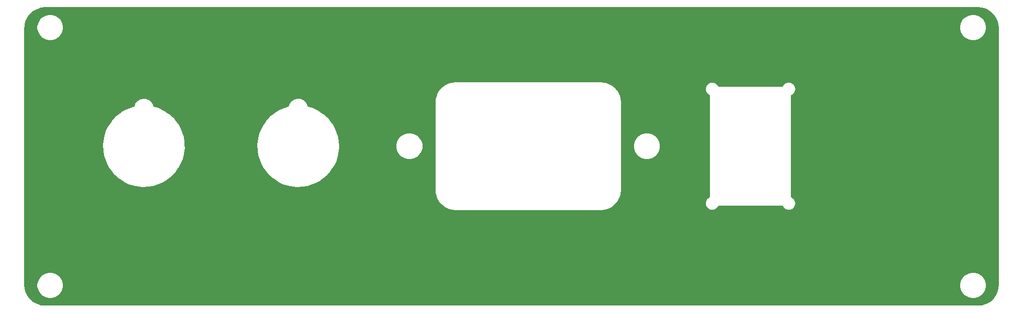
<source format=gbr>
%TF.GenerationSoftware,KiCad,Pcbnew,5.1.10-88a1d61d58~90~ubuntu20.04.1*%
%TF.CreationDate,2021-08-16T21:11:30-07:00*%
%TF.ProjectId,rear-panel,72656172-2d70-4616-9e65-6c2e6b696361,rev?*%
%TF.SameCoordinates,Original*%
%TF.FileFunction,Copper,L2,Bot*%
%TF.FilePolarity,Positive*%
%FSLAX46Y46*%
G04 Gerber Fmt 4.6, Leading zero omitted, Abs format (unit mm)*
G04 Created by KiCad (PCBNEW 5.1.10-88a1d61d58~90~ubuntu20.04.1) date 2021-08-16 21:11:30*
%MOMM*%
%LPD*%
G01*
G04 APERTURE LIST*
%TA.AperFunction,NonConductor*%
%ADD10C,0.300000*%
%TD*%
%TA.AperFunction,NonConductor*%
%ADD11C,0.100000*%
%TD*%
G04 APERTURE END LIST*
D10*
X216204157Y-60157123D02*
X216829567Y-60345946D01*
X217406389Y-60652648D01*
X217912652Y-61065547D01*
X218329075Y-61568916D01*
X218639795Y-62143582D01*
X218832978Y-62767656D01*
X218903985Y-63443237D01*
X218903986Y-106743816D01*
X218837596Y-107420908D01*
X218648774Y-108046318D01*
X218342074Y-108623136D01*
X217929172Y-109129404D01*
X217425806Y-109545825D01*
X216851138Y-109856545D01*
X216227067Y-110049728D01*
X215551484Y-110120735D01*
X58380874Y-110120735D01*
X57703813Y-110054348D01*
X57078403Y-109865526D01*
X56501586Y-109558827D01*
X55995319Y-109145927D01*
X55578896Y-108642559D01*
X55268175Y-108067890D01*
X55074992Y-107443818D01*
X55003985Y-106768235D01*
X55003985Y-106641336D01*
X56885156Y-106641336D01*
X56885156Y-107096136D01*
X56973883Y-107542196D01*
X57147928Y-107962376D01*
X57400601Y-108340528D01*
X57722193Y-108662120D01*
X58100345Y-108914793D01*
X58520525Y-109088838D01*
X58966585Y-109177565D01*
X59421385Y-109177565D01*
X59867445Y-109088838D01*
X60287625Y-108914793D01*
X60665777Y-108662120D01*
X60987369Y-108340528D01*
X61240042Y-107962376D01*
X61414087Y-107542196D01*
X61502814Y-107096136D01*
X61502814Y-106641336D01*
X212405156Y-106641336D01*
X212405156Y-107096136D01*
X212493883Y-107542196D01*
X212667928Y-107962376D01*
X212920601Y-108340528D01*
X213242193Y-108662120D01*
X213620345Y-108914793D01*
X214040525Y-109088838D01*
X214486585Y-109177565D01*
X214941385Y-109177565D01*
X215387445Y-109088838D01*
X215807625Y-108914793D01*
X216185777Y-108662120D01*
X216507369Y-108340528D01*
X216760042Y-107962376D01*
X216934087Y-107542196D01*
X217022814Y-107096136D01*
X217022814Y-106641336D01*
X216934087Y-106195276D01*
X216760042Y-105775096D01*
X216507369Y-105396944D01*
X216185777Y-105075352D01*
X215807625Y-104822679D01*
X215387445Y-104648634D01*
X214941385Y-104559907D01*
X214486585Y-104559907D01*
X214040525Y-104648634D01*
X213620345Y-104822679D01*
X213242193Y-105075352D01*
X212920601Y-105396944D01*
X212667928Y-105775096D01*
X212493883Y-106195276D01*
X212405156Y-106641336D01*
X61502814Y-106641336D01*
X61414087Y-106195276D01*
X61240042Y-105775096D01*
X60987369Y-105396944D01*
X60665777Y-105075352D01*
X60287625Y-104822679D01*
X59867445Y-104648634D01*
X59421385Y-104559907D01*
X58966585Y-104559907D01*
X58520525Y-104648634D01*
X58100345Y-104822679D01*
X57722193Y-105075352D01*
X57400601Y-105396944D01*
X57147928Y-105775096D01*
X56973883Y-106195276D01*
X56885156Y-106641336D01*
X55003985Y-106641336D01*
X55003985Y-83165060D01*
X67954801Y-83165060D01*
X67997735Y-84184124D01*
X68008122Y-84269802D01*
X68008125Y-84269814D01*
X68209944Y-85269594D01*
X68209945Y-85269604D01*
X68218404Y-85299273D01*
X68233607Y-85352603D01*
X68233614Y-85352618D01*
X68589345Y-86308511D01*
X68589348Y-86308522D01*
X68625703Y-86386797D01*
X69126603Y-87275298D01*
X69174755Y-87346922D01*
X69808477Y-88146119D01*
X69808481Y-88146126D01*
X69836792Y-88176578D01*
X69867244Y-88209335D01*
X69867251Y-88209340D01*
X70618184Y-88899557D01*
X70618190Y-88899563D01*
X70651393Y-88925585D01*
X70686118Y-88952801D01*
X70686124Y-88952804D01*
X71535788Y-89517053D01*
X71535794Y-89517057D01*
X71611215Y-89559014D01*
X72538700Y-89983405D01*
X72619755Y-90013047D01*
X73602210Y-90287122D01*
X73686904Y-90303719D01*
X74700138Y-90420730D01*
X74786385Y-90423874D01*
X74786387Y-90423874D01*
X75805449Y-90380940D01*
X75805450Y-90380940D01*
X75814714Y-90379817D01*
X75891127Y-90370553D01*
X75891139Y-90370550D01*
X76890919Y-90168731D01*
X76890929Y-90168730D01*
X76923742Y-90159375D01*
X76973928Y-90145068D01*
X76973943Y-90145061D01*
X77929836Y-89789330D01*
X77929847Y-89789327D01*
X78008122Y-89752972D01*
X78896623Y-89252072D01*
X78927764Y-89231136D01*
X78968247Y-89203920D01*
X79767444Y-88570198D01*
X79767451Y-88570194D01*
X79811641Y-88529112D01*
X79830660Y-88511431D01*
X79830665Y-88511424D01*
X80520882Y-87760491D01*
X80520888Y-87760485D01*
X80561802Y-87708281D01*
X80574126Y-87692557D01*
X80574129Y-87692551D01*
X81138378Y-86842887D01*
X81138382Y-86842881D01*
X81180339Y-86767460D01*
X81604730Y-85839975D01*
X81634372Y-85758920D01*
X81908447Y-84776465D01*
X81925044Y-84691771D01*
X82042055Y-83678537D01*
X82042700Y-83660843D01*
X82045199Y-83592290D01*
X82027200Y-83165060D01*
X93954801Y-83165060D01*
X93997735Y-84184124D01*
X94008122Y-84269802D01*
X94008125Y-84269814D01*
X94209944Y-85269594D01*
X94209945Y-85269604D01*
X94218404Y-85299273D01*
X94233607Y-85352603D01*
X94233614Y-85352618D01*
X94589345Y-86308511D01*
X94589348Y-86308522D01*
X94625703Y-86386797D01*
X95126603Y-87275298D01*
X95174755Y-87346922D01*
X95808477Y-88146119D01*
X95808481Y-88146126D01*
X95836792Y-88176578D01*
X95867244Y-88209335D01*
X95867251Y-88209340D01*
X96618184Y-88899557D01*
X96618190Y-88899563D01*
X96651393Y-88925585D01*
X96686118Y-88952801D01*
X96686124Y-88952804D01*
X97535788Y-89517053D01*
X97535794Y-89517057D01*
X97611215Y-89559014D01*
X98538700Y-89983405D01*
X98619755Y-90013047D01*
X99602210Y-90287122D01*
X99686904Y-90303719D01*
X100700138Y-90420730D01*
X100786385Y-90423874D01*
X100786387Y-90423874D01*
X101805449Y-90380940D01*
X101805450Y-90380940D01*
X101814714Y-90379817D01*
X101891127Y-90370553D01*
X101891139Y-90370550D01*
X102890919Y-90168731D01*
X102890929Y-90168730D01*
X102923742Y-90159375D01*
X102973928Y-90145068D01*
X102973943Y-90145061D01*
X103929836Y-89789330D01*
X103929847Y-89789327D01*
X104008122Y-89752972D01*
X104896623Y-89252072D01*
X104927764Y-89231136D01*
X104968247Y-89203920D01*
X105767444Y-88570198D01*
X105767451Y-88570194D01*
X105811641Y-88529112D01*
X105830660Y-88511431D01*
X105830665Y-88511424D01*
X106520882Y-87760491D01*
X106520888Y-87760485D01*
X106561802Y-87708281D01*
X106574126Y-87692557D01*
X106574129Y-87692551D01*
X107138378Y-86842887D01*
X107138382Y-86842881D01*
X107180339Y-86767460D01*
X107604730Y-85839975D01*
X107634372Y-85758920D01*
X107908447Y-84776465D01*
X107925044Y-84691771D01*
X108042055Y-83678537D01*
X108042700Y-83660843D01*
X108045199Y-83592290D01*
X108026495Y-83148335D01*
X117408260Y-83148335D01*
X117408260Y-83609015D01*
X117498134Y-84060844D01*
X117674429Y-84486457D01*
X117930369Y-84869499D01*
X118256120Y-85195250D01*
X118639162Y-85451190D01*
X119064775Y-85627485D01*
X119516604Y-85717359D01*
X119977284Y-85717359D01*
X120429113Y-85627485D01*
X120854726Y-85451190D01*
X121237768Y-85195250D01*
X121563519Y-84869499D01*
X121819459Y-84486457D01*
X121995754Y-84060844D01*
X122085628Y-83609015D01*
X122085628Y-83148335D01*
X121995754Y-82696506D01*
X121819459Y-82270893D01*
X121563519Y-81887851D01*
X121237768Y-81562100D01*
X120854726Y-81306160D01*
X120429113Y-81129865D01*
X119977284Y-81039991D01*
X119516604Y-81039991D01*
X119064775Y-81129865D01*
X118639162Y-81306160D01*
X118256120Y-81562100D01*
X117930369Y-81887851D01*
X117674429Y-82270893D01*
X117498134Y-82696506D01*
X117408260Y-83148335D01*
X108026495Y-83148335D01*
X108002265Y-82573226D01*
X107991878Y-82487548D01*
X107991875Y-82487536D01*
X107790057Y-81487758D01*
X107790055Y-81487746D01*
X107766393Y-81404748D01*
X107766388Y-81404737D01*
X107410655Y-80448839D01*
X107410652Y-80448828D01*
X107374297Y-80370553D01*
X106873397Y-79482052D01*
X106825245Y-79410428D01*
X106825238Y-79410421D01*
X106191519Y-78611224D01*
X106132756Y-78548015D01*
X105381816Y-77857793D01*
X105381810Y-77857787D01*
X105313882Y-77804549D01*
X104464212Y-77240297D01*
X104464206Y-77240293D01*
X104388786Y-77198336D01*
X103461300Y-76773945D01*
X103380245Y-76744303D01*
X102744790Y-76567030D01*
X102673173Y-76341268D01*
X102653551Y-76295486D01*
X102634541Y-76249365D01*
X102630888Y-76242610D01*
X102513361Y-76028828D01*
X102485186Y-75987680D01*
X102461254Y-75951658D01*
X123961944Y-75951658D01*
X123961945Y-90805693D01*
X123964412Y-90830738D01*
X123964281Y-90849467D01*
X123965030Y-90857110D01*
X124026231Y-91439399D01*
X124036258Y-91488249D01*
X124045596Y-91537197D01*
X124047815Y-91544549D01*
X124220952Y-92103862D01*
X124240270Y-92149818D01*
X124258943Y-92196034D01*
X124262548Y-92202815D01*
X124541024Y-92717847D01*
X124568925Y-92759211D01*
X124596196Y-92800886D01*
X124601049Y-92806837D01*
X124974259Y-93257970D01*
X125009640Y-93293105D01*
X125044508Y-93328711D01*
X125050419Y-93333601D01*
X125050425Y-93333607D01*
X125050432Y-93333611D01*
X125504153Y-93703658D01*
X125545656Y-93731233D01*
X125586805Y-93759408D01*
X125593560Y-93763060D01*
X126110524Y-94037935D01*
X126156623Y-94056935D01*
X126202430Y-94076568D01*
X126209766Y-94078839D01*
X126770274Y-94248066D01*
X126819185Y-94257750D01*
X126867933Y-94268112D01*
X126875570Y-94268915D01*
X127458273Y-94326050D01*
X127484926Y-94328675D01*
X152018962Y-94328675D01*
X152044017Y-94326207D01*
X152062736Y-94326338D01*
X152070379Y-94325589D01*
X152652668Y-94264388D01*
X152701518Y-94254361D01*
X152750466Y-94245023D01*
X152757818Y-94242804D01*
X153317131Y-94069667D01*
X153363087Y-94050349D01*
X153409303Y-94031676D01*
X153416084Y-94028071D01*
X153931116Y-93749595D01*
X153972480Y-93721694D01*
X154014155Y-93694423D01*
X154020106Y-93689570D01*
X154471239Y-93316360D01*
X154506374Y-93280979D01*
X154541980Y-93246111D01*
X154546870Y-93240200D01*
X154546876Y-93240194D01*
X154546880Y-93240187D01*
X154748950Y-92992425D01*
X169508736Y-92992425D01*
X169509433Y-93042298D01*
X169509433Y-93092122D01*
X169510235Y-93099759D01*
X169525464Y-93235523D01*
X169535828Y-93284280D01*
X169545510Y-93333179D01*
X169547781Y-93340514D01*
X169589089Y-93470736D01*
X169608725Y-93516550D01*
X169627724Y-93562645D01*
X169631376Y-93569400D01*
X169697192Y-93689118D01*
X169725374Y-93730276D01*
X169752941Y-93771768D01*
X169757835Y-93777685D01*
X169845650Y-93882339D01*
X169881276Y-93917226D01*
X169916392Y-93952588D01*
X169922343Y-93957442D01*
X170028813Y-94043046D01*
X170070532Y-94070346D01*
X170111850Y-94098215D01*
X170118630Y-94101821D01*
X170239699Y-94165115D01*
X170285940Y-94183797D01*
X170331877Y-94203107D01*
X170339228Y-94205327D01*
X170470286Y-94243899D01*
X170519229Y-94253235D01*
X170568081Y-94263263D01*
X170575724Y-94264012D01*
X170711777Y-94276394D01*
X170761625Y-94276046D01*
X170811473Y-94276394D01*
X170819115Y-94275645D01*
X170819117Y-94275645D01*
X170954983Y-94261365D01*
X171003793Y-94251346D01*
X171052784Y-94242000D01*
X171060136Y-94239780D01*
X171190642Y-94199381D01*
X171236611Y-94180057D01*
X171282813Y-94161390D01*
X171289594Y-94157785D01*
X171409768Y-94092807D01*
X171451104Y-94064926D01*
X171492804Y-94037638D01*
X171498755Y-94032785D01*
X171498758Y-94032783D01*
X171498761Y-94032780D01*
X171604020Y-93945703D01*
X171639157Y-93910320D01*
X171674764Y-93875451D01*
X171679658Y-93869536D01*
X171679659Y-93869534D01*
X171766004Y-93763664D01*
X171793596Y-93722135D01*
X171821753Y-93681012D01*
X171825406Y-93674257D01*
X171876227Y-93578675D01*
X182535979Y-93578675D01*
X182601829Y-93696499D01*
X182630287Y-93737443D01*
X182658151Y-93778754D01*
X182663087Y-93784637D01*
X182751630Y-93888676D01*
X182787473Y-93923290D01*
X182822861Y-93958432D01*
X182828846Y-93963244D01*
X182935911Y-94048103D01*
X182977825Y-94075114D01*
X183019334Y-94102693D01*
X183026140Y-94106251D01*
X183147648Y-94168698D01*
X183194023Y-94187059D01*
X183240087Y-94206045D01*
X183247454Y-94208214D01*
X183378777Y-94245869D01*
X183427804Y-94254867D01*
X183476705Y-94264550D01*
X183484352Y-94265246D01*
X183620489Y-94276678D01*
X183670362Y-94275981D01*
X183720186Y-94275981D01*
X183727823Y-94275179D01*
X183863587Y-94259950D01*
X183912344Y-94249586D01*
X183961243Y-94239904D01*
X183968578Y-94237633D01*
X183968579Y-94237633D01*
X183968582Y-94237632D01*
X183968584Y-94237631D01*
X184098800Y-94196325D01*
X184144614Y-94176689D01*
X184190709Y-94157690D01*
X184197464Y-94154038D01*
X184317182Y-94088222D01*
X184358340Y-94060040D01*
X184399832Y-94032473D01*
X184405749Y-94027579D01*
X184510403Y-93939764D01*
X184545290Y-93904138D01*
X184580652Y-93869022D01*
X184585506Y-93863071D01*
X184671110Y-93756601D01*
X184698410Y-93714882D01*
X184726279Y-93673564D01*
X184729885Y-93666784D01*
X184793179Y-93545715D01*
X184811861Y-93499474D01*
X184831171Y-93453537D01*
X184833391Y-93446186D01*
X184871963Y-93315128D01*
X184881299Y-93266185D01*
X184891327Y-93217333D01*
X184892076Y-93209690D01*
X184904458Y-93073637D01*
X184904110Y-93023789D01*
X184904458Y-92973941D01*
X184903709Y-92966298D01*
X184889429Y-92830431D01*
X184879410Y-92781621D01*
X184870064Y-92732630D01*
X184867844Y-92725278D01*
X184827445Y-92594772D01*
X184808126Y-92548815D01*
X184789454Y-92502601D01*
X184785849Y-92495820D01*
X184720871Y-92375646D01*
X184692990Y-92334310D01*
X184665702Y-92292610D01*
X184660849Y-92286658D01*
X184573767Y-92181394D01*
X184538384Y-92146257D01*
X184503515Y-92110650D01*
X184497604Y-92105760D01*
X184497601Y-92105757D01*
X184497598Y-92105755D01*
X184391728Y-92019410D01*
X184350199Y-91991818D01*
X184309076Y-91963661D01*
X184302321Y-91960008D01*
X184206739Y-91909187D01*
X184206739Y-74849435D01*
X184324563Y-74783585D01*
X184365507Y-74755127D01*
X184406818Y-74727263D01*
X184412701Y-74722327D01*
X184516740Y-74633784D01*
X184551354Y-74597941D01*
X184586496Y-74562553D01*
X184591308Y-74556568D01*
X184676167Y-74449503D01*
X184703178Y-74407589D01*
X184730757Y-74366080D01*
X184734315Y-74359274D01*
X184796762Y-74237766D01*
X184815123Y-74191391D01*
X184834109Y-74145327D01*
X184836278Y-74137960D01*
X184873933Y-74006637D01*
X184882931Y-73957610D01*
X184892614Y-73908709D01*
X184893310Y-73901062D01*
X184904742Y-73764925D01*
X184904045Y-73715052D01*
X184904045Y-73665227D01*
X184903243Y-73657590D01*
X184888014Y-73521827D01*
X184877647Y-73473056D01*
X184867968Y-73424172D01*
X184865698Y-73416836D01*
X184824389Y-73286615D01*
X184804759Y-73240814D01*
X184785754Y-73194705D01*
X184782102Y-73187950D01*
X184716286Y-73068232D01*
X184688115Y-73027090D01*
X184660537Y-72985582D01*
X184655643Y-72979665D01*
X184567828Y-72875011D01*
X184532202Y-72840124D01*
X184497086Y-72804762D01*
X184491135Y-72799908D01*
X184384665Y-72714304D01*
X184342946Y-72687004D01*
X184301628Y-72659135D01*
X184294848Y-72655529D01*
X184173779Y-72592235D01*
X184127527Y-72573548D01*
X184081601Y-72554243D01*
X184074256Y-72552025D01*
X184074254Y-72552024D01*
X184074252Y-72552024D01*
X184074250Y-72552023D01*
X183943192Y-72513451D01*
X183894249Y-72504115D01*
X183845397Y-72494087D01*
X183837754Y-72493338D01*
X183701700Y-72480956D01*
X183651853Y-72481304D01*
X183602005Y-72480956D01*
X183594362Y-72481705D01*
X183458495Y-72495985D01*
X183409685Y-72506004D01*
X183360694Y-72515350D01*
X183353342Y-72517570D01*
X183222836Y-72557969D01*
X183176879Y-72577288D01*
X183130665Y-72595960D01*
X183123884Y-72599565D01*
X183003710Y-72664543D01*
X182962374Y-72692424D01*
X182920674Y-72719712D01*
X182914722Y-72724565D01*
X182809458Y-72811647D01*
X182774321Y-72847030D01*
X182738714Y-72881899D01*
X182733824Y-72887810D01*
X182733821Y-72887813D01*
X182733819Y-72887816D01*
X182647474Y-72993686D01*
X182619882Y-73035215D01*
X182591725Y-73076338D01*
X182588072Y-73083093D01*
X182537251Y-73178675D01*
X171877499Y-73178675D01*
X171811649Y-73060851D01*
X171783204Y-73019924D01*
X171755327Y-72978595D01*
X171750391Y-72972713D01*
X171661848Y-72868674D01*
X171625985Y-72834041D01*
X171590616Y-72798918D01*
X171584632Y-72794106D01*
X171477567Y-72709247D01*
X171435650Y-72682234D01*
X171394143Y-72654657D01*
X171387338Y-72651099D01*
X171265829Y-72588652D01*
X171219468Y-72570296D01*
X171173391Y-72551305D01*
X171166024Y-72549136D01*
X171034700Y-72511480D01*
X170985649Y-72502478D01*
X170936773Y-72492800D01*
X170929126Y-72492104D01*
X170792989Y-72480672D01*
X170743116Y-72481369D01*
X170693291Y-72481369D01*
X170685654Y-72482171D01*
X170549891Y-72497400D01*
X170501120Y-72507767D01*
X170452236Y-72517446D01*
X170444900Y-72519716D01*
X170314679Y-72561025D01*
X170268878Y-72580655D01*
X170222769Y-72599660D01*
X170216014Y-72603312D01*
X170096296Y-72669128D01*
X170055154Y-72697299D01*
X170013646Y-72724877D01*
X170007729Y-72729771D01*
X169903075Y-72817586D01*
X169868188Y-72853212D01*
X169832826Y-72888328D01*
X169827972Y-72894279D01*
X169742368Y-73000749D01*
X169715068Y-73042468D01*
X169687199Y-73083786D01*
X169683593Y-73090566D01*
X169620299Y-73211635D01*
X169601612Y-73257887D01*
X169582307Y-73303813D01*
X169580087Y-73311164D01*
X169541515Y-73442222D01*
X169532179Y-73491165D01*
X169522151Y-73540017D01*
X169521402Y-73547660D01*
X169509020Y-73683714D01*
X169509368Y-73733562D01*
X169509020Y-73783409D01*
X169509769Y-73791051D01*
X169524049Y-73926919D01*
X169534068Y-73975729D01*
X169543414Y-74024720D01*
X169545634Y-74032072D01*
X169586033Y-74162578D01*
X169605357Y-74208547D01*
X169624024Y-74254749D01*
X169627629Y-74261530D01*
X169692607Y-74381704D01*
X169720488Y-74423040D01*
X169747776Y-74464740D01*
X169752629Y-74470691D01*
X169839711Y-74575956D01*
X169875094Y-74611093D01*
X169909963Y-74646700D01*
X169915874Y-74651590D01*
X169915877Y-74651593D01*
X169915880Y-74651595D01*
X170021750Y-74737940D01*
X170063279Y-74765532D01*
X170104402Y-74793689D01*
X170111157Y-74797342D01*
X170206739Y-74848164D01*
X170206740Y-91907914D01*
X170088915Y-91973765D01*
X170047988Y-92002210D01*
X170006659Y-92030087D01*
X170000777Y-92035023D01*
X169896738Y-92123566D01*
X169862105Y-92159429D01*
X169826982Y-92194798D01*
X169822170Y-92200782D01*
X169737311Y-92307847D01*
X169710298Y-92349764D01*
X169682721Y-92391271D01*
X169679163Y-92398076D01*
X169616716Y-92519585D01*
X169598360Y-92565946D01*
X169579369Y-92612023D01*
X169577200Y-92619390D01*
X169539544Y-92750714D01*
X169530542Y-92799765D01*
X169520864Y-92848641D01*
X169520168Y-92856288D01*
X169508736Y-92992425D01*
X154748950Y-92992425D01*
X154916927Y-92786466D01*
X154944502Y-92744963D01*
X154972677Y-92703814D01*
X154976329Y-92697059D01*
X155251204Y-92180095D01*
X155270204Y-92133996D01*
X155289837Y-92088189D01*
X155292108Y-92080853D01*
X155461335Y-91520345D01*
X155471019Y-91471434D01*
X155481381Y-91422686D01*
X155482184Y-91415049D01*
X155539319Y-90832346D01*
X155541944Y-90805693D01*
X155541944Y-83148335D01*
X157418260Y-83148335D01*
X157418260Y-83609015D01*
X157508134Y-84060844D01*
X157684429Y-84486457D01*
X157940369Y-84869499D01*
X158266120Y-85195250D01*
X158649162Y-85451190D01*
X159074775Y-85627485D01*
X159526604Y-85717359D01*
X159987284Y-85717359D01*
X160439113Y-85627485D01*
X160864726Y-85451190D01*
X161247768Y-85195250D01*
X161573519Y-84869499D01*
X161829459Y-84486457D01*
X162005754Y-84060844D01*
X162095628Y-83609015D01*
X162095628Y-83148335D01*
X162005754Y-82696506D01*
X161829459Y-82270893D01*
X161573519Y-81887851D01*
X161247768Y-81562100D01*
X160864726Y-81306160D01*
X160439113Y-81129865D01*
X159987284Y-81039991D01*
X159526604Y-81039991D01*
X159074775Y-81129865D01*
X158649162Y-81306160D01*
X158266120Y-81562100D01*
X157940369Y-81887851D01*
X157684429Y-82270893D01*
X157508134Y-82696506D01*
X157418260Y-83148335D01*
X155541944Y-83148335D01*
X155541944Y-75951657D01*
X155539476Y-75926602D01*
X155539607Y-75907883D01*
X155538858Y-75900240D01*
X155477657Y-75317950D01*
X155467628Y-75269094D01*
X155458292Y-75220153D01*
X155456073Y-75212801D01*
X155282936Y-74653488D01*
X155263610Y-74607515D01*
X155244945Y-74561316D01*
X155241340Y-74554535D01*
X154962864Y-74039503D01*
X154934963Y-73998139D01*
X154907692Y-73956464D01*
X154902839Y-73950513D01*
X154529629Y-73499380D01*
X154494265Y-73464262D01*
X154459380Y-73428639D01*
X154453464Y-73423744D01*
X153999735Y-73053692D01*
X153958248Y-73026128D01*
X153917083Y-72997942D01*
X153910328Y-72994290D01*
X153393364Y-72719416D01*
X153347286Y-72700424D01*
X153301458Y-72680782D01*
X153294122Y-72678511D01*
X152733614Y-72509284D01*
X152684703Y-72499600D01*
X152635955Y-72489238D01*
X152628318Y-72488435D01*
X152045615Y-72431300D01*
X152018962Y-72428675D01*
X127484926Y-72428675D01*
X127459871Y-72431143D01*
X127441152Y-72431012D01*
X127433509Y-72431761D01*
X126851219Y-72492962D01*
X126802363Y-72502991D01*
X126753422Y-72512327D01*
X126746070Y-72514546D01*
X126186757Y-72687683D01*
X126140784Y-72707009D01*
X126094585Y-72725674D01*
X126087804Y-72729279D01*
X125572772Y-73007755D01*
X125531408Y-73035656D01*
X125489733Y-73062927D01*
X125483782Y-73067780D01*
X125032649Y-73440990D01*
X124997531Y-73476354D01*
X124961908Y-73511239D01*
X124957013Y-73517155D01*
X124586961Y-73970884D01*
X124559397Y-74012371D01*
X124531211Y-74053536D01*
X124527559Y-74060291D01*
X124252685Y-74577255D01*
X124233693Y-74623333D01*
X124214051Y-74669161D01*
X124211780Y-74676497D01*
X124042553Y-75237005D01*
X124032869Y-75285916D01*
X124022507Y-75334664D01*
X124021704Y-75342301D01*
X123964569Y-75925004D01*
X123961944Y-75951658D01*
X102461254Y-75951658D01*
X102457610Y-75946174D01*
X102452716Y-75940257D01*
X102295903Y-75753375D01*
X102260260Y-75718471D01*
X102225161Y-75683127D01*
X102219211Y-75678273D01*
X102029086Y-75525409D01*
X101987384Y-75498120D01*
X101946048Y-75470239D01*
X101939268Y-75466634D01*
X101723072Y-75353608D01*
X101676847Y-75334933D01*
X101630897Y-75315617D01*
X101623546Y-75313397D01*
X101389515Y-75244518D01*
X101340550Y-75235178D01*
X101291718Y-75225154D01*
X101284076Y-75224405D01*
X101041122Y-75202294D01*
X100991272Y-75202642D01*
X100941423Y-75202294D01*
X100933781Y-75203043D01*
X100691161Y-75228544D01*
X100642311Y-75238572D01*
X100593365Y-75247909D01*
X100586014Y-75250128D01*
X100352967Y-75322268D01*
X100307036Y-75341576D01*
X100260794Y-75360259D01*
X100254013Y-75363864D01*
X100039416Y-75479896D01*
X99998075Y-75507781D01*
X99956377Y-75535068D01*
X99950426Y-75539921D01*
X99762454Y-75695425D01*
X99727336Y-75730789D01*
X99691713Y-75765674D01*
X99686818Y-75771591D01*
X99532629Y-75960644D01*
X99505022Y-76002196D01*
X99476880Y-76043296D01*
X99473227Y-76050051D01*
X99358696Y-76265452D01*
X99339694Y-76311554D01*
X99320062Y-76357360D01*
X99317791Y-76364695D01*
X99261334Y-76551690D01*
X99089505Y-76592943D01*
X99057970Y-76603189D01*
X99026073Y-76612283D01*
X98070164Y-76968020D01*
X98070153Y-76968023D01*
X97991878Y-77004378D01*
X97103377Y-77505278D01*
X97031753Y-77553430D01*
X97031746Y-77553437D01*
X96232549Y-78187156D01*
X96169340Y-78245919D01*
X95479118Y-78996859D01*
X95479112Y-78996865D01*
X95425874Y-79064793D01*
X94861622Y-79914463D01*
X94861618Y-79914469D01*
X94819661Y-79989889D01*
X94395270Y-80917375D01*
X94365628Y-80998430D01*
X94091553Y-81980885D01*
X94074956Y-82065579D01*
X93957945Y-83078813D01*
X93954801Y-83165060D01*
X82027200Y-83165060D01*
X82002265Y-82573226D01*
X81991878Y-82487548D01*
X81991875Y-82487536D01*
X81790057Y-81487758D01*
X81790055Y-81487746D01*
X81766393Y-81404748D01*
X81766388Y-81404737D01*
X81410655Y-80448839D01*
X81410652Y-80448828D01*
X81374297Y-80370553D01*
X80873397Y-79482052D01*
X80825245Y-79410428D01*
X80825238Y-79410421D01*
X80191519Y-78611224D01*
X80132756Y-78548015D01*
X79381816Y-77857793D01*
X79381810Y-77857787D01*
X79313882Y-77804549D01*
X78464212Y-77240297D01*
X78464206Y-77240293D01*
X78388786Y-77198336D01*
X77461300Y-76773945D01*
X77380245Y-76744303D01*
X76744790Y-76567030D01*
X76673173Y-76341268D01*
X76653551Y-76295486D01*
X76634541Y-76249365D01*
X76630888Y-76242610D01*
X76513361Y-76028828D01*
X76485186Y-75987680D01*
X76457610Y-75946174D01*
X76452716Y-75940257D01*
X76295903Y-75753375D01*
X76260260Y-75718471D01*
X76225161Y-75683127D01*
X76219211Y-75678273D01*
X76029086Y-75525409D01*
X75987384Y-75498120D01*
X75946048Y-75470239D01*
X75939268Y-75466634D01*
X75723072Y-75353608D01*
X75676847Y-75334933D01*
X75630897Y-75315617D01*
X75623546Y-75313397D01*
X75389515Y-75244518D01*
X75340550Y-75235178D01*
X75291718Y-75225154D01*
X75284076Y-75224405D01*
X75041122Y-75202294D01*
X74991272Y-75202642D01*
X74941423Y-75202294D01*
X74933781Y-75203043D01*
X74691161Y-75228544D01*
X74642311Y-75238572D01*
X74593365Y-75247909D01*
X74586014Y-75250128D01*
X74352967Y-75322268D01*
X74307036Y-75341576D01*
X74260794Y-75360259D01*
X74254013Y-75363864D01*
X74039416Y-75479896D01*
X73998075Y-75507781D01*
X73956377Y-75535068D01*
X73950426Y-75539921D01*
X73762454Y-75695425D01*
X73727336Y-75730789D01*
X73691713Y-75765674D01*
X73686818Y-75771591D01*
X73532629Y-75960644D01*
X73505022Y-76002196D01*
X73476880Y-76043296D01*
X73473227Y-76050051D01*
X73358696Y-76265452D01*
X73339694Y-76311554D01*
X73320062Y-76357360D01*
X73317791Y-76364695D01*
X73261334Y-76551690D01*
X73089505Y-76592943D01*
X73057970Y-76603189D01*
X73026073Y-76612283D01*
X72070164Y-76968020D01*
X72070153Y-76968023D01*
X71991878Y-77004378D01*
X71103377Y-77505278D01*
X71031753Y-77553430D01*
X71031746Y-77553437D01*
X70232549Y-78187156D01*
X70169340Y-78245919D01*
X69479118Y-78996859D01*
X69479112Y-78996865D01*
X69425874Y-79064793D01*
X68861622Y-79914463D01*
X68861618Y-79914469D01*
X68819661Y-79989889D01*
X68395270Y-80917375D01*
X68365628Y-80998430D01*
X68091553Y-81980885D01*
X68074956Y-82065579D01*
X67957945Y-83078813D01*
X67954801Y-83165060D01*
X55003985Y-83165060D01*
X55003985Y-63467635D01*
X55038528Y-63115336D01*
X56885156Y-63115336D01*
X56885156Y-63570136D01*
X56973883Y-64016196D01*
X57147928Y-64436376D01*
X57400601Y-64814528D01*
X57722193Y-65136120D01*
X58100345Y-65388793D01*
X58520525Y-65562838D01*
X58966585Y-65651565D01*
X59421385Y-65651565D01*
X59867445Y-65562838D01*
X60287625Y-65388793D01*
X60665777Y-65136120D01*
X60987369Y-64814528D01*
X61240042Y-64436376D01*
X61414087Y-64016196D01*
X61502814Y-63570136D01*
X61502814Y-63115336D01*
X212405156Y-63115336D01*
X212405156Y-63570136D01*
X212493883Y-64016196D01*
X212667928Y-64436376D01*
X212920601Y-64814528D01*
X213242193Y-65136120D01*
X213620345Y-65388793D01*
X214040525Y-65562838D01*
X214486585Y-65651565D01*
X214941385Y-65651565D01*
X215387445Y-65562838D01*
X215807625Y-65388793D01*
X216185777Y-65136120D01*
X216507369Y-64814528D01*
X216760042Y-64436376D01*
X216934087Y-64016196D01*
X217022814Y-63570136D01*
X217022814Y-63115336D01*
X216934087Y-62669276D01*
X216760042Y-62249096D01*
X216507369Y-61870944D01*
X216185777Y-61549352D01*
X215807625Y-61296679D01*
X215387445Y-61122634D01*
X214941385Y-61033907D01*
X214486585Y-61033907D01*
X214040525Y-61122634D01*
X213620345Y-61296679D01*
X213242193Y-61549352D01*
X212920601Y-61870944D01*
X212667928Y-62249096D01*
X212493883Y-62669276D01*
X212405156Y-63115336D01*
X61502814Y-63115336D01*
X61414087Y-62669276D01*
X61240042Y-62249096D01*
X60987369Y-61870944D01*
X60665777Y-61549352D01*
X60287625Y-61296679D01*
X59867445Y-61122634D01*
X59421385Y-61033907D01*
X58966585Y-61033907D01*
X58520525Y-61122634D01*
X58100345Y-61296679D01*
X57722193Y-61549352D01*
X57400601Y-61870944D01*
X57147928Y-62249096D01*
X56973883Y-62669276D01*
X56885156Y-63115336D01*
X55038528Y-63115336D01*
X55070372Y-62790564D01*
X55259195Y-62165154D01*
X55565897Y-61588332D01*
X55978796Y-61082069D01*
X56482165Y-60665646D01*
X57056831Y-60354926D01*
X57680905Y-60161743D01*
X58356486Y-60090736D01*
X215527086Y-60090736D01*
X216204157Y-60157123D01*
%TA.AperFunction,NonConductor*%
D11*
G36*
X216204157Y-60157123D02*
G01*
X216829567Y-60345946D01*
X217406389Y-60652648D01*
X217912652Y-61065547D01*
X218329075Y-61568916D01*
X218639795Y-62143582D01*
X218832978Y-62767656D01*
X218903985Y-63443237D01*
X218903986Y-106743816D01*
X218837596Y-107420908D01*
X218648774Y-108046318D01*
X218342074Y-108623136D01*
X217929172Y-109129404D01*
X217425806Y-109545825D01*
X216851138Y-109856545D01*
X216227067Y-110049728D01*
X215551484Y-110120735D01*
X58380874Y-110120735D01*
X57703813Y-110054348D01*
X57078403Y-109865526D01*
X56501586Y-109558827D01*
X55995319Y-109145927D01*
X55578896Y-108642559D01*
X55268175Y-108067890D01*
X55074992Y-107443818D01*
X55003985Y-106768235D01*
X55003985Y-106641336D01*
X56885156Y-106641336D01*
X56885156Y-107096136D01*
X56973883Y-107542196D01*
X57147928Y-107962376D01*
X57400601Y-108340528D01*
X57722193Y-108662120D01*
X58100345Y-108914793D01*
X58520525Y-109088838D01*
X58966585Y-109177565D01*
X59421385Y-109177565D01*
X59867445Y-109088838D01*
X60287625Y-108914793D01*
X60665777Y-108662120D01*
X60987369Y-108340528D01*
X61240042Y-107962376D01*
X61414087Y-107542196D01*
X61502814Y-107096136D01*
X61502814Y-106641336D01*
X212405156Y-106641336D01*
X212405156Y-107096136D01*
X212493883Y-107542196D01*
X212667928Y-107962376D01*
X212920601Y-108340528D01*
X213242193Y-108662120D01*
X213620345Y-108914793D01*
X214040525Y-109088838D01*
X214486585Y-109177565D01*
X214941385Y-109177565D01*
X215387445Y-109088838D01*
X215807625Y-108914793D01*
X216185777Y-108662120D01*
X216507369Y-108340528D01*
X216760042Y-107962376D01*
X216934087Y-107542196D01*
X217022814Y-107096136D01*
X217022814Y-106641336D01*
X216934087Y-106195276D01*
X216760042Y-105775096D01*
X216507369Y-105396944D01*
X216185777Y-105075352D01*
X215807625Y-104822679D01*
X215387445Y-104648634D01*
X214941385Y-104559907D01*
X214486585Y-104559907D01*
X214040525Y-104648634D01*
X213620345Y-104822679D01*
X213242193Y-105075352D01*
X212920601Y-105396944D01*
X212667928Y-105775096D01*
X212493883Y-106195276D01*
X212405156Y-106641336D01*
X61502814Y-106641336D01*
X61414087Y-106195276D01*
X61240042Y-105775096D01*
X60987369Y-105396944D01*
X60665777Y-105075352D01*
X60287625Y-104822679D01*
X59867445Y-104648634D01*
X59421385Y-104559907D01*
X58966585Y-104559907D01*
X58520525Y-104648634D01*
X58100345Y-104822679D01*
X57722193Y-105075352D01*
X57400601Y-105396944D01*
X57147928Y-105775096D01*
X56973883Y-106195276D01*
X56885156Y-106641336D01*
X55003985Y-106641336D01*
X55003985Y-83165060D01*
X67954801Y-83165060D01*
X67997735Y-84184124D01*
X68008122Y-84269802D01*
X68008125Y-84269814D01*
X68209944Y-85269594D01*
X68209945Y-85269604D01*
X68218404Y-85299273D01*
X68233607Y-85352603D01*
X68233614Y-85352618D01*
X68589345Y-86308511D01*
X68589348Y-86308522D01*
X68625703Y-86386797D01*
X69126603Y-87275298D01*
X69174755Y-87346922D01*
X69808477Y-88146119D01*
X69808481Y-88146126D01*
X69836792Y-88176578D01*
X69867244Y-88209335D01*
X69867251Y-88209340D01*
X70618184Y-88899557D01*
X70618190Y-88899563D01*
X70651393Y-88925585D01*
X70686118Y-88952801D01*
X70686124Y-88952804D01*
X71535788Y-89517053D01*
X71535794Y-89517057D01*
X71611215Y-89559014D01*
X72538700Y-89983405D01*
X72619755Y-90013047D01*
X73602210Y-90287122D01*
X73686904Y-90303719D01*
X74700138Y-90420730D01*
X74786385Y-90423874D01*
X74786387Y-90423874D01*
X75805449Y-90380940D01*
X75805450Y-90380940D01*
X75814714Y-90379817D01*
X75891127Y-90370553D01*
X75891139Y-90370550D01*
X76890919Y-90168731D01*
X76890929Y-90168730D01*
X76923742Y-90159375D01*
X76973928Y-90145068D01*
X76973943Y-90145061D01*
X77929836Y-89789330D01*
X77929847Y-89789327D01*
X78008122Y-89752972D01*
X78896623Y-89252072D01*
X78927764Y-89231136D01*
X78968247Y-89203920D01*
X79767444Y-88570198D01*
X79767451Y-88570194D01*
X79811641Y-88529112D01*
X79830660Y-88511431D01*
X79830665Y-88511424D01*
X80520882Y-87760491D01*
X80520888Y-87760485D01*
X80561802Y-87708281D01*
X80574126Y-87692557D01*
X80574129Y-87692551D01*
X81138378Y-86842887D01*
X81138382Y-86842881D01*
X81180339Y-86767460D01*
X81604730Y-85839975D01*
X81634372Y-85758920D01*
X81908447Y-84776465D01*
X81925044Y-84691771D01*
X82042055Y-83678537D01*
X82042700Y-83660843D01*
X82045199Y-83592290D01*
X82027200Y-83165060D01*
X93954801Y-83165060D01*
X93997735Y-84184124D01*
X94008122Y-84269802D01*
X94008125Y-84269814D01*
X94209944Y-85269594D01*
X94209945Y-85269604D01*
X94218404Y-85299273D01*
X94233607Y-85352603D01*
X94233614Y-85352618D01*
X94589345Y-86308511D01*
X94589348Y-86308522D01*
X94625703Y-86386797D01*
X95126603Y-87275298D01*
X95174755Y-87346922D01*
X95808477Y-88146119D01*
X95808481Y-88146126D01*
X95836792Y-88176578D01*
X95867244Y-88209335D01*
X95867251Y-88209340D01*
X96618184Y-88899557D01*
X96618190Y-88899563D01*
X96651393Y-88925585D01*
X96686118Y-88952801D01*
X96686124Y-88952804D01*
X97535788Y-89517053D01*
X97535794Y-89517057D01*
X97611215Y-89559014D01*
X98538700Y-89983405D01*
X98619755Y-90013047D01*
X99602210Y-90287122D01*
X99686904Y-90303719D01*
X100700138Y-90420730D01*
X100786385Y-90423874D01*
X100786387Y-90423874D01*
X101805449Y-90380940D01*
X101805450Y-90380940D01*
X101814714Y-90379817D01*
X101891127Y-90370553D01*
X101891139Y-90370550D01*
X102890919Y-90168731D01*
X102890929Y-90168730D01*
X102923742Y-90159375D01*
X102973928Y-90145068D01*
X102973943Y-90145061D01*
X103929836Y-89789330D01*
X103929847Y-89789327D01*
X104008122Y-89752972D01*
X104896623Y-89252072D01*
X104927764Y-89231136D01*
X104968247Y-89203920D01*
X105767444Y-88570198D01*
X105767451Y-88570194D01*
X105811641Y-88529112D01*
X105830660Y-88511431D01*
X105830665Y-88511424D01*
X106520882Y-87760491D01*
X106520888Y-87760485D01*
X106561802Y-87708281D01*
X106574126Y-87692557D01*
X106574129Y-87692551D01*
X107138378Y-86842887D01*
X107138382Y-86842881D01*
X107180339Y-86767460D01*
X107604730Y-85839975D01*
X107634372Y-85758920D01*
X107908447Y-84776465D01*
X107925044Y-84691771D01*
X108042055Y-83678537D01*
X108042700Y-83660843D01*
X108045199Y-83592290D01*
X108026495Y-83148335D01*
X117408260Y-83148335D01*
X117408260Y-83609015D01*
X117498134Y-84060844D01*
X117674429Y-84486457D01*
X117930369Y-84869499D01*
X118256120Y-85195250D01*
X118639162Y-85451190D01*
X119064775Y-85627485D01*
X119516604Y-85717359D01*
X119977284Y-85717359D01*
X120429113Y-85627485D01*
X120854726Y-85451190D01*
X121237768Y-85195250D01*
X121563519Y-84869499D01*
X121819459Y-84486457D01*
X121995754Y-84060844D01*
X122085628Y-83609015D01*
X122085628Y-83148335D01*
X121995754Y-82696506D01*
X121819459Y-82270893D01*
X121563519Y-81887851D01*
X121237768Y-81562100D01*
X120854726Y-81306160D01*
X120429113Y-81129865D01*
X119977284Y-81039991D01*
X119516604Y-81039991D01*
X119064775Y-81129865D01*
X118639162Y-81306160D01*
X118256120Y-81562100D01*
X117930369Y-81887851D01*
X117674429Y-82270893D01*
X117498134Y-82696506D01*
X117408260Y-83148335D01*
X108026495Y-83148335D01*
X108002265Y-82573226D01*
X107991878Y-82487548D01*
X107991875Y-82487536D01*
X107790057Y-81487758D01*
X107790055Y-81487746D01*
X107766393Y-81404748D01*
X107766388Y-81404737D01*
X107410655Y-80448839D01*
X107410652Y-80448828D01*
X107374297Y-80370553D01*
X106873397Y-79482052D01*
X106825245Y-79410428D01*
X106825238Y-79410421D01*
X106191519Y-78611224D01*
X106132756Y-78548015D01*
X105381816Y-77857793D01*
X105381810Y-77857787D01*
X105313882Y-77804549D01*
X104464212Y-77240297D01*
X104464206Y-77240293D01*
X104388786Y-77198336D01*
X103461300Y-76773945D01*
X103380245Y-76744303D01*
X102744790Y-76567030D01*
X102673173Y-76341268D01*
X102653551Y-76295486D01*
X102634541Y-76249365D01*
X102630888Y-76242610D01*
X102513361Y-76028828D01*
X102485186Y-75987680D01*
X102461254Y-75951658D01*
X123961944Y-75951658D01*
X123961945Y-90805693D01*
X123964412Y-90830738D01*
X123964281Y-90849467D01*
X123965030Y-90857110D01*
X124026231Y-91439399D01*
X124036258Y-91488249D01*
X124045596Y-91537197D01*
X124047815Y-91544549D01*
X124220952Y-92103862D01*
X124240270Y-92149818D01*
X124258943Y-92196034D01*
X124262548Y-92202815D01*
X124541024Y-92717847D01*
X124568925Y-92759211D01*
X124596196Y-92800886D01*
X124601049Y-92806837D01*
X124974259Y-93257970D01*
X125009640Y-93293105D01*
X125044508Y-93328711D01*
X125050419Y-93333601D01*
X125050425Y-93333607D01*
X125050432Y-93333611D01*
X125504153Y-93703658D01*
X125545656Y-93731233D01*
X125586805Y-93759408D01*
X125593560Y-93763060D01*
X126110524Y-94037935D01*
X126156623Y-94056935D01*
X126202430Y-94076568D01*
X126209766Y-94078839D01*
X126770274Y-94248066D01*
X126819185Y-94257750D01*
X126867933Y-94268112D01*
X126875570Y-94268915D01*
X127458273Y-94326050D01*
X127484926Y-94328675D01*
X152018962Y-94328675D01*
X152044017Y-94326207D01*
X152062736Y-94326338D01*
X152070379Y-94325589D01*
X152652668Y-94264388D01*
X152701518Y-94254361D01*
X152750466Y-94245023D01*
X152757818Y-94242804D01*
X153317131Y-94069667D01*
X153363087Y-94050349D01*
X153409303Y-94031676D01*
X153416084Y-94028071D01*
X153931116Y-93749595D01*
X153972480Y-93721694D01*
X154014155Y-93694423D01*
X154020106Y-93689570D01*
X154471239Y-93316360D01*
X154506374Y-93280979D01*
X154541980Y-93246111D01*
X154546870Y-93240200D01*
X154546876Y-93240194D01*
X154546880Y-93240187D01*
X154748950Y-92992425D01*
X169508736Y-92992425D01*
X169509433Y-93042298D01*
X169509433Y-93092122D01*
X169510235Y-93099759D01*
X169525464Y-93235523D01*
X169535828Y-93284280D01*
X169545510Y-93333179D01*
X169547781Y-93340514D01*
X169589089Y-93470736D01*
X169608725Y-93516550D01*
X169627724Y-93562645D01*
X169631376Y-93569400D01*
X169697192Y-93689118D01*
X169725374Y-93730276D01*
X169752941Y-93771768D01*
X169757835Y-93777685D01*
X169845650Y-93882339D01*
X169881276Y-93917226D01*
X169916392Y-93952588D01*
X169922343Y-93957442D01*
X170028813Y-94043046D01*
X170070532Y-94070346D01*
X170111850Y-94098215D01*
X170118630Y-94101821D01*
X170239699Y-94165115D01*
X170285940Y-94183797D01*
X170331877Y-94203107D01*
X170339228Y-94205327D01*
X170470286Y-94243899D01*
X170519229Y-94253235D01*
X170568081Y-94263263D01*
X170575724Y-94264012D01*
X170711777Y-94276394D01*
X170761625Y-94276046D01*
X170811473Y-94276394D01*
X170819115Y-94275645D01*
X170819117Y-94275645D01*
X170954983Y-94261365D01*
X171003793Y-94251346D01*
X171052784Y-94242000D01*
X171060136Y-94239780D01*
X171190642Y-94199381D01*
X171236611Y-94180057D01*
X171282813Y-94161390D01*
X171289594Y-94157785D01*
X171409768Y-94092807D01*
X171451104Y-94064926D01*
X171492804Y-94037638D01*
X171498755Y-94032785D01*
X171498758Y-94032783D01*
X171498761Y-94032780D01*
X171604020Y-93945703D01*
X171639157Y-93910320D01*
X171674764Y-93875451D01*
X171679658Y-93869536D01*
X171679659Y-93869534D01*
X171766004Y-93763664D01*
X171793596Y-93722135D01*
X171821753Y-93681012D01*
X171825406Y-93674257D01*
X171876227Y-93578675D01*
X182535979Y-93578675D01*
X182601829Y-93696499D01*
X182630287Y-93737443D01*
X182658151Y-93778754D01*
X182663087Y-93784637D01*
X182751630Y-93888676D01*
X182787473Y-93923290D01*
X182822861Y-93958432D01*
X182828846Y-93963244D01*
X182935911Y-94048103D01*
X182977825Y-94075114D01*
X183019334Y-94102693D01*
X183026140Y-94106251D01*
X183147648Y-94168698D01*
X183194023Y-94187059D01*
X183240087Y-94206045D01*
X183247454Y-94208214D01*
X183378777Y-94245869D01*
X183427804Y-94254867D01*
X183476705Y-94264550D01*
X183484352Y-94265246D01*
X183620489Y-94276678D01*
X183670362Y-94275981D01*
X183720186Y-94275981D01*
X183727823Y-94275179D01*
X183863587Y-94259950D01*
X183912344Y-94249586D01*
X183961243Y-94239904D01*
X183968578Y-94237633D01*
X183968579Y-94237633D01*
X183968582Y-94237632D01*
X183968584Y-94237631D01*
X184098800Y-94196325D01*
X184144614Y-94176689D01*
X184190709Y-94157690D01*
X184197464Y-94154038D01*
X184317182Y-94088222D01*
X184358340Y-94060040D01*
X184399832Y-94032473D01*
X184405749Y-94027579D01*
X184510403Y-93939764D01*
X184545290Y-93904138D01*
X184580652Y-93869022D01*
X184585506Y-93863071D01*
X184671110Y-93756601D01*
X184698410Y-93714882D01*
X184726279Y-93673564D01*
X184729885Y-93666784D01*
X184793179Y-93545715D01*
X184811861Y-93499474D01*
X184831171Y-93453537D01*
X184833391Y-93446186D01*
X184871963Y-93315128D01*
X184881299Y-93266185D01*
X184891327Y-93217333D01*
X184892076Y-93209690D01*
X184904458Y-93073637D01*
X184904110Y-93023789D01*
X184904458Y-92973941D01*
X184903709Y-92966298D01*
X184889429Y-92830431D01*
X184879410Y-92781621D01*
X184870064Y-92732630D01*
X184867844Y-92725278D01*
X184827445Y-92594772D01*
X184808126Y-92548815D01*
X184789454Y-92502601D01*
X184785849Y-92495820D01*
X184720871Y-92375646D01*
X184692990Y-92334310D01*
X184665702Y-92292610D01*
X184660849Y-92286658D01*
X184573767Y-92181394D01*
X184538384Y-92146257D01*
X184503515Y-92110650D01*
X184497604Y-92105760D01*
X184497601Y-92105757D01*
X184497598Y-92105755D01*
X184391728Y-92019410D01*
X184350199Y-91991818D01*
X184309076Y-91963661D01*
X184302321Y-91960008D01*
X184206739Y-91909187D01*
X184206739Y-74849435D01*
X184324563Y-74783585D01*
X184365507Y-74755127D01*
X184406818Y-74727263D01*
X184412701Y-74722327D01*
X184516740Y-74633784D01*
X184551354Y-74597941D01*
X184586496Y-74562553D01*
X184591308Y-74556568D01*
X184676167Y-74449503D01*
X184703178Y-74407589D01*
X184730757Y-74366080D01*
X184734315Y-74359274D01*
X184796762Y-74237766D01*
X184815123Y-74191391D01*
X184834109Y-74145327D01*
X184836278Y-74137960D01*
X184873933Y-74006637D01*
X184882931Y-73957610D01*
X184892614Y-73908709D01*
X184893310Y-73901062D01*
X184904742Y-73764925D01*
X184904045Y-73715052D01*
X184904045Y-73665227D01*
X184903243Y-73657590D01*
X184888014Y-73521827D01*
X184877647Y-73473056D01*
X184867968Y-73424172D01*
X184865698Y-73416836D01*
X184824389Y-73286615D01*
X184804759Y-73240814D01*
X184785754Y-73194705D01*
X184782102Y-73187950D01*
X184716286Y-73068232D01*
X184688115Y-73027090D01*
X184660537Y-72985582D01*
X184655643Y-72979665D01*
X184567828Y-72875011D01*
X184532202Y-72840124D01*
X184497086Y-72804762D01*
X184491135Y-72799908D01*
X184384665Y-72714304D01*
X184342946Y-72687004D01*
X184301628Y-72659135D01*
X184294848Y-72655529D01*
X184173779Y-72592235D01*
X184127527Y-72573548D01*
X184081601Y-72554243D01*
X184074256Y-72552025D01*
X184074254Y-72552024D01*
X184074252Y-72552024D01*
X184074250Y-72552023D01*
X183943192Y-72513451D01*
X183894249Y-72504115D01*
X183845397Y-72494087D01*
X183837754Y-72493338D01*
X183701700Y-72480956D01*
X183651853Y-72481304D01*
X183602005Y-72480956D01*
X183594362Y-72481705D01*
X183458495Y-72495985D01*
X183409685Y-72506004D01*
X183360694Y-72515350D01*
X183353342Y-72517570D01*
X183222836Y-72557969D01*
X183176879Y-72577288D01*
X183130665Y-72595960D01*
X183123884Y-72599565D01*
X183003710Y-72664543D01*
X182962374Y-72692424D01*
X182920674Y-72719712D01*
X182914722Y-72724565D01*
X182809458Y-72811647D01*
X182774321Y-72847030D01*
X182738714Y-72881899D01*
X182733824Y-72887810D01*
X182733821Y-72887813D01*
X182733819Y-72887816D01*
X182647474Y-72993686D01*
X182619882Y-73035215D01*
X182591725Y-73076338D01*
X182588072Y-73083093D01*
X182537251Y-73178675D01*
X171877499Y-73178675D01*
X171811649Y-73060851D01*
X171783204Y-73019924D01*
X171755327Y-72978595D01*
X171750391Y-72972713D01*
X171661848Y-72868674D01*
X171625985Y-72834041D01*
X171590616Y-72798918D01*
X171584632Y-72794106D01*
X171477567Y-72709247D01*
X171435650Y-72682234D01*
X171394143Y-72654657D01*
X171387338Y-72651099D01*
X171265829Y-72588652D01*
X171219468Y-72570296D01*
X171173391Y-72551305D01*
X171166024Y-72549136D01*
X171034700Y-72511480D01*
X170985649Y-72502478D01*
X170936773Y-72492800D01*
X170929126Y-72492104D01*
X170792989Y-72480672D01*
X170743116Y-72481369D01*
X170693291Y-72481369D01*
X170685654Y-72482171D01*
X170549891Y-72497400D01*
X170501120Y-72507767D01*
X170452236Y-72517446D01*
X170444900Y-72519716D01*
X170314679Y-72561025D01*
X170268878Y-72580655D01*
X170222769Y-72599660D01*
X170216014Y-72603312D01*
X170096296Y-72669128D01*
X170055154Y-72697299D01*
X170013646Y-72724877D01*
X170007729Y-72729771D01*
X169903075Y-72817586D01*
X169868188Y-72853212D01*
X169832826Y-72888328D01*
X169827972Y-72894279D01*
X169742368Y-73000749D01*
X169715068Y-73042468D01*
X169687199Y-73083786D01*
X169683593Y-73090566D01*
X169620299Y-73211635D01*
X169601612Y-73257887D01*
X169582307Y-73303813D01*
X169580087Y-73311164D01*
X169541515Y-73442222D01*
X169532179Y-73491165D01*
X169522151Y-73540017D01*
X169521402Y-73547660D01*
X169509020Y-73683714D01*
X169509368Y-73733562D01*
X169509020Y-73783409D01*
X169509769Y-73791051D01*
X169524049Y-73926919D01*
X169534068Y-73975729D01*
X169543414Y-74024720D01*
X169545634Y-74032072D01*
X169586033Y-74162578D01*
X169605357Y-74208547D01*
X169624024Y-74254749D01*
X169627629Y-74261530D01*
X169692607Y-74381704D01*
X169720488Y-74423040D01*
X169747776Y-74464740D01*
X169752629Y-74470691D01*
X169839711Y-74575956D01*
X169875094Y-74611093D01*
X169909963Y-74646700D01*
X169915874Y-74651590D01*
X169915877Y-74651593D01*
X169915880Y-74651595D01*
X170021750Y-74737940D01*
X170063279Y-74765532D01*
X170104402Y-74793689D01*
X170111157Y-74797342D01*
X170206739Y-74848164D01*
X170206740Y-91907914D01*
X170088915Y-91973765D01*
X170047988Y-92002210D01*
X170006659Y-92030087D01*
X170000777Y-92035023D01*
X169896738Y-92123566D01*
X169862105Y-92159429D01*
X169826982Y-92194798D01*
X169822170Y-92200782D01*
X169737311Y-92307847D01*
X169710298Y-92349764D01*
X169682721Y-92391271D01*
X169679163Y-92398076D01*
X169616716Y-92519585D01*
X169598360Y-92565946D01*
X169579369Y-92612023D01*
X169577200Y-92619390D01*
X169539544Y-92750714D01*
X169530542Y-92799765D01*
X169520864Y-92848641D01*
X169520168Y-92856288D01*
X169508736Y-92992425D01*
X154748950Y-92992425D01*
X154916927Y-92786466D01*
X154944502Y-92744963D01*
X154972677Y-92703814D01*
X154976329Y-92697059D01*
X155251204Y-92180095D01*
X155270204Y-92133996D01*
X155289837Y-92088189D01*
X155292108Y-92080853D01*
X155461335Y-91520345D01*
X155471019Y-91471434D01*
X155481381Y-91422686D01*
X155482184Y-91415049D01*
X155539319Y-90832346D01*
X155541944Y-90805693D01*
X155541944Y-83148335D01*
X157418260Y-83148335D01*
X157418260Y-83609015D01*
X157508134Y-84060844D01*
X157684429Y-84486457D01*
X157940369Y-84869499D01*
X158266120Y-85195250D01*
X158649162Y-85451190D01*
X159074775Y-85627485D01*
X159526604Y-85717359D01*
X159987284Y-85717359D01*
X160439113Y-85627485D01*
X160864726Y-85451190D01*
X161247768Y-85195250D01*
X161573519Y-84869499D01*
X161829459Y-84486457D01*
X162005754Y-84060844D01*
X162095628Y-83609015D01*
X162095628Y-83148335D01*
X162005754Y-82696506D01*
X161829459Y-82270893D01*
X161573519Y-81887851D01*
X161247768Y-81562100D01*
X160864726Y-81306160D01*
X160439113Y-81129865D01*
X159987284Y-81039991D01*
X159526604Y-81039991D01*
X159074775Y-81129865D01*
X158649162Y-81306160D01*
X158266120Y-81562100D01*
X157940369Y-81887851D01*
X157684429Y-82270893D01*
X157508134Y-82696506D01*
X157418260Y-83148335D01*
X155541944Y-83148335D01*
X155541944Y-75951657D01*
X155539476Y-75926602D01*
X155539607Y-75907883D01*
X155538858Y-75900240D01*
X155477657Y-75317950D01*
X155467628Y-75269094D01*
X155458292Y-75220153D01*
X155456073Y-75212801D01*
X155282936Y-74653488D01*
X155263610Y-74607515D01*
X155244945Y-74561316D01*
X155241340Y-74554535D01*
X154962864Y-74039503D01*
X154934963Y-73998139D01*
X154907692Y-73956464D01*
X154902839Y-73950513D01*
X154529629Y-73499380D01*
X154494265Y-73464262D01*
X154459380Y-73428639D01*
X154453464Y-73423744D01*
X153999735Y-73053692D01*
X153958248Y-73026128D01*
X153917083Y-72997942D01*
X153910328Y-72994290D01*
X153393364Y-72719416D01*
X153347286Y-72700424D01*
X153301458Y-72680782D01*
X153294122Y-72678511D01*
X152733614Y-72509284D01*
X152684703Y-72499600D01*
X152635955Y-72489238D01*
X152628318Y-72488435D01*
X152045615Y-72431300D01*
X152018962Y-72428675D01*
X127484926Y-72428675D01*
X127459871Y-72431143D01*
X127441152Y-72431012D01*
X127433509Y-72431761D01*
X126851219Y-72492962D01*
X126802363Y-72502991D01*
X126753422Y-72512327D01*
X126746070Y-72514546D01*
X126186757Y-72687683D01*
X126140784Y-72707009D01*
X126094585Y-72725674D01*
X126087804Y-72729279D01*
X125572772Y-73007755D01*
X125531408Y-73035656D01*
X125489733Y-73062927D01*
X125483782Y-73067780D01*
X125032649Y-73440990D01*
X124997531Y-73476354D01*
X124961908Y-73511239D01*
X124957013Y-73517155D01*
X124586961Y-73970884D01*
X124559397Y-74012371D01*
X124531211Y-74053536D01*
X124527559Y-74060291D01*
X124252685Y-74577255D01*
X124233693Y-74623333D01*
X124214051Y-74669161D01*
X124211780Y-74676497D01*
X124042553Y-75237005D01*
X124032869Y-75285916D01*
X124022507Y-75334664D01*
X124021704Y-75342301D01*
X123964569Y-75925004D01*
X123961944Y-75951658D01*
X102461254Y-75951658D01*
X102457610Y-75946174D01*
X102452716Y-75940257D01*
X102295903Y-75753375D01*
X102260260Y-75718471D01*
X102225161Y-75683127D01*
X102219211Y-75678273D01*
X102029086Y-75525409D01*
X101987384Y-75498120D01*
X101946048Y-75470239D01*
X101939268Y-75466634D01*
X101723072Y-75353608D01*
X101676847Y-75334933D01*
X101630897Y-75315617D01*
X101623546Y-75313397D01*
X101389515Y-75244518D01*
X101340550Y-75235178D01*
X101291718Y-75225154D01*
X101284076Y-75224405D01*
X101041122Y-75202294D01*
X100991272Y-75202642D01*
X100941423Y-75202294D01*
X100933781Y-75203043D01*
X100691161Y-75228544D01*
X100642311Y-75238572D01*
X100593365Y-75247909D01*
X100586014Y-75250128D01*
X100352967Y-75322268D01*
X100307036Y-75341576D01*
X100260794Y-75360259D01*
X100254013Y-75363864D01*
X100039416Y-75479896D01*
X99998075Y-75507781D01*
X99956377Y-75535068D01*
X99950426Y-75539921D01*
X99762454Y-75695425D01*
X99727336Y-75730789D01*
X99691713Y-75765674D01*
X99686818Y-75771591D01*
X99532629Y-75960644D01*
X99505022Y-76002196D01*
X99476880Y-76043296D01*
X99473227Y-76050051D01*
X99358696Y-76265452D01*
X99339694Y-76311554D01*
X99320062Y-76357360D01*
X99317791Y-76364695D01*
X99261334Y-76551690D01*
X99089505Y-76592943D01*
X99057970Y-76603189D01*
X99026073Y-76612283D01*
X98070164Y-76968020D01*
X98070153Y-76968023D01*
X97991878Y-77004378D01*
X97103377Y-77505278D01*
X97031753Y-77553430D01*
X97031746Y-77553437D01*
X96232549Y-78187156D01*
X96169340Y-78245919D01*
X95479118Y-78996859D01*
X95479112Y-78996865D01*
X95425874Y-79064793D01*
X94861622Y-79914463D01*
X94861618Y-79914469D01*
X94819661Y-79989889D01*
X94395270Y-80917375D01*
X94365628Y-80998430D01*
X94091553Y-81980885D01*
X94074956Y-82065579D01*
X93957945Y-83078813D01*
X93954801Y-83165060D01*
X82027200Y-83165060D01*
X82002265Y-82573226D01*
X81991878Y-82487548D01*
X81991875Y-82487536D01*
X81790057Y-81487758D01*
X81790055Y-81487746D01*
X81766393Y-81404748D01*
X81766388Y-81404737D01*
X81410655Y-80448839D01*
X81410652Y-80448828D01*
X81374297Y-80370553D01*
X80873397Y-79482052D01*
X80825245Y-79410428D01*
X80825238Y-79410421D01*
X80191519Y-78611224D01*
X80132756Y-78548015D01*
X79381816Y-77857793D01*
X79381810Y-77857787D01*
X79313882Y-77804549D01*
X78464212Y-77240297D01*
X78464206Y-77240293D01*
X78388786Y-77198336D01*
X77461300Y-76773945D01*
X77380245Y-76744303D01*
X76744790Y-76567030D01*
X76673173Y-76341268D01*
X76653551Y-76295486D01*
X76634541Y-76249365D01*
X76630888Y-76242610D01*
X76513361Y-76028828D01*
X76485186Y-75987680D01*
X76457610Y-75946174D01*
X76452716Y-75940257D01*
X76295903Y-75753375D01*
X76260260Y-75718471D01*
X76225161Y-75683127D01*
X76219211Y-75678273D01*
X76029086Y-75525409D01*
X75987384Y-75498120D01*
X75946048Y-75470239D01*
X75939268Y-75466634D01*
X75723072Y-75353608D01*
X75676847Y-75334933D01*
X75630897Y-75315617D01*
X75623546Y-75313397D01*
X75389515Y-75244518D01*
X75340550Y-75235178D01*
X75291718Y-75225154D01*
X75284076Y-75224405D01*
X75041122Y-75202294D01*
X74991272Y-75202642D01*
X74941423Y-75202294D01*
X74933781Y-75203043D01*
X74691161Y-75228544D01*
X74642311Y-75238572D01*
X74593365Y-75247909D01*
X74586014Y-75250128D01*
X74352967Y-75322268D01*
X74307036Y-75341576D01*
X74260794Y-75360259D01*
X74254013Y-75363864D01*
X74039416Y-75479896D01*
X73998075Y-75507781D01*
X73956377Y-75535068D01*
X73950426Y-75539921D01*
X73762454Y-75695425D01*
X73727336Y-75730789D01*
X73691713Y-75765674D01*
X73686818Y-75771591D01*
X73532629Y-75960644D01*
X73505022Y-76002196D01*
X73476880Y-76043296D01*
X73473227Y-76050051D01*
X73358696Y-76265452D01*
X73339694Y-76311554D01*
X73320062Y-76357360D01*
X73317791Y-76364695D01*
X73261334Y-76551690D01*
X73089505Y-76592943D01*
X73057970Y-76603189D01*
X73026073Y-76612283D01*
X72070164Y-76968020D01*
X72070153Y-76968023D01*
X71991878Y-77004378D01*
X71103377Y-77505278D01*
X71031753Y-77553430D01*
X71031746Y-77553437D01*
X70232549Y-78187156D01*
X70169340Y-78245919D01*
X69479118Y-78996859D01*
X69479112Y-78996865D01*
X69425874Y-79064793D01*
X68861622Y-79914463D01*
X68861618Y-79914469D01*
X68819661Y-79989889D01*
X68395270Y-80917375D01*
X68365628Y-80998430D01*
X68091553Y-81980885D01*
X68074956Y-82065579D01*
X67957945Y-83078813D01*
X67954801Y-83165060D01*
X55003985Y-83165060D01*
X55003985Y-63467635D01*
X55038528Y-63115336D01*
X56885156Y-63115336D01*
X56885156Y-63570136D01*
X56973883Y-64016196D01*
X57147928Y-64436376D01*
X57400601Y-64814528D01*
X57722193Y-65136120D01*
X58100345Y-65388793D01*
X58520525Y-65562838D01*
X58966585Y-65651565D01*
X59421385Y-65651565D01*
X59867445Y-65562838D01*
X60287625Y-65388793D01*
X60665777Y-65136120D01*
X60987369Y-64814528D01*
X61240042Y-64436376D01*
X61414087Y-64016196D01*
X61502814Y-63570136D01*
X61502814Y-63115336D01*
X212405156Y-63115336D01*
X212405156Y-63570136D01*
X212493883Y-64016196D01*
X212667928Y-64436376D01*
X212920601Y-64814528D01*
X213242193Y-65136120D01*
X213620345Y-65388793D01*
X214040525Y-65562838D01*
X214486585Y-65651565D01*
X214941385Y-65651565D01*
X215387445Y-65562838D01*
X215807625Y-65388793D01*
X216185777Y-65136120D01*
X216507369Y-64814528D01*
X216760042Y-64436376D01*
X216934087Y-64016196D01*
X217022814Y-63570136D01*
X217022814Y-63115336D01*
X216934087Y-62669276D01*
X216760042Y-62249096D01*
X216507369Y-61870944D01*
X216185777Y-61549352D01*
X215807625Y-61296679D01*
X215387445Y-61122634D01*
X214941385Y-61033907D01*
X214486585Y-61033907D01*
X214040525Y-61122634D01*
X213620345Y-61296679D01*
X213242193Y-61549352D01*
X212920601Y-61870944D01*
X212667928Y-62249096D01*
X212493883Y-62669276D01*
X212405156Y-63115336D01*
X61502814Y-63115336D01*
X61414087Y-62669276D01*
X61240042Y-62249096D01*
X60987369Y-61870944D01*
X60665777Y-61549352D01*
X60287625Y-61296679D01*
X59867445Y-61122634D01*
X59421385Y-61033907D01*
X58966585Y-61033907D01*
X58520525Y-61122634D01*
X58100345Y-61296679D01*
X57722193Y-61549352D01*
X57400601Y-61870944D01*
X57147928Y-62249096D01*
X56973883Y-62669276D01*
X56885156Y-63115336D01*
X55038528Y-63115336D01*
X55070372Y-62790564D01*
X55259195Y-62165154D01*
X55565897Y-61588332D01*
X55978796Y-61082069D01*
X56482165Y-60665646D01*
X57056831Y-60354926D01*
X57680905Y-60161743D01*
X58356486Y-60090736D01*
X215527086Y-60090736D01*
X216204157Y-60157123D01*
G37*
%TD.AperFunction*%
M02*

</source>
